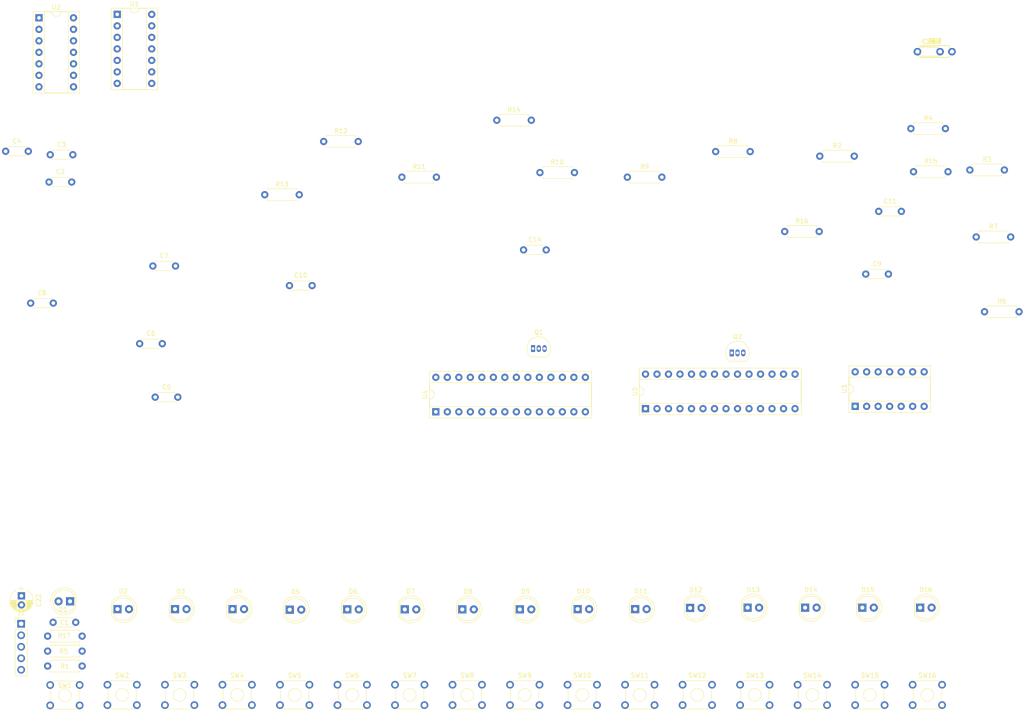
<source format=kicad_pcb>
(kicad_pcb (version 4) (host pcbnew 4.0.7)
  (layers (0 F.Cu signal) (31 B.Cu signal) (34 B.Paste user) (35 F.Paste user) (36 B.SilkS user) (37 F.SilkS user) (38 B.Mask user) (39 F.Mask user) (44 Edge.Cuts user))
  (net 0 "")
  (net 1 "Net-(C1-Pad1)")
  (net 2 GND)
  (net 3 "Net-(C2-Pad1)")
  (net 4 "Net-(C3-Pad1)")
  (net 5 "Net-(C4-Pad1)")
  (net 6 VCC)
  (net 7 "Net-(C8-Pad1)")
  (net 8 "Net-(C9-Pad1)")
  (net 9 "Net-(C10-Pad1)")
  (net 10 "Net-(C11-Pad1)")
  (net 11 "Net-(C14-Pad1)")
  (net 12 "Net-(C15-Pad1)")
  (net 13 "Net-(C16-Pad1)")
  (net 14 "Net-(C17-Pad1)")
  (net 15 "Net-(C18-Pad1)")
  (net 16 "Net-(C19-Pad1)")
  (net 17 "Net-(C20-Pad1)")
  (net 18 "Net-(C21-Pad1)")
  (net 19 "Net-(D1-Pad1)")
  (net 20 LED_A)
  (net 21 "Net-(D2-Pad1)")
  (net 22 LED_B)
  (net 23 "Net-(D3-Pad1)")
  (net 24 LED_C)
  (net 25 "Net-(D4-Pad1)")
  (net 26 LED_D)
  (net 27 "Net-(D5-Pad1)")
  (net 28 LED_E)
  (net 29 "Net-(D6-Pad1)")
  (net 30 LED_F)
  (net 31 "Net-(D7-Pad1)")
  (net 32 LED_G)
  (net 33 "Net-(D8-Pad1)")
  (net 34 LED_H)
  (net 35 "Net-(D9-Pad1)")
  (net 36 LED_I)
  (net 37 "Net-(D10-Pad1)")
  (net 38 LED_J)
  (net 39 "Net-(D11-Pad1)")
  (net 40 LED_K)
  (net 41 "Net-(D12-Pad1)")
  (net 42 LED_L)
  (net 43 "Net-(D13-Pad1)")
  (net 44 LED_M)
  (net 45 "Net-(D14-Pad1)")
  (net 46 LED_N)
  (net 47 "Net-(D15-Pad1)")
  (net 48 LED_O)
  (net 49 "Net-(D16-Pad1)")
  (net 50 LED_P)
  (net 51 SCK)
  (net 52 SDA)
  (net 53 Int)
  (net 54 INT_1)
  (net 55 INT_2)
  (net 56 "Net-(R1-Pad2)")
  (net 57 "Net-(R2-Pad2)")
  (net 58 "Net-(R3-Pad2)")
  (net 59 "Net-(R4-Pad2)")
  (net 60 "Net-(R13-Pad2)")
  (net 61 "Net-(R10-Pad2)")
  (net 62 "Net-(R11-Pad2)")
  (net 63 "Net-(R12-Pad2)")
  (net 64 "Net-(R21-Pad2)")
  (net 65 "Net-(R22-Pad2)")
  (net 66 "Net-(R23-Pad2)")
  (net 67 "Net-(R24-Pad2)")
  (net 68 "Net-(R37-Pad2)")
  (net 69 "Net-(R38-Pad2)")
  (net 70 "Net-(R39-Pad2)")
  (net 71 "Net-(R40-Pad2)")
  (net 72 Button_D)
  (net 73 Button_A)
  (net 74 Button_E)
  (net 75 Button_B)
  (net 76 Button_F)
  (net 77 Button_C)
  (net 78 Button_J)
  (net 79 Button_G)
  (net 80 Button_K)
  (net 81 Button_H)
  (net 82 Button_L)
  (net 83 Button_I)
  (net 84 Button_P)
  (net 85 Button_M)
  (net 86 "Net-(U3-Pad10)")
  (net 87 Button_N)
  (net 88 "Net-(U3-Pad12)")
  (net 89 Button_O)
  (net 90 "Net-(U4-Pad16)")
  (net 91 "Net-(U4-Pad17)")
  (net 92 "Net-(U4-Pad19)")
  (net 93 "Net-(U5-Pad16)")
  (net 94 "Net-(U5-Pad17)")
  (net 95 "Net-(U5-Pad19)")
  (module Capacitors_THT:C_Disc_D4.3mm_W1.9mm_P5.00mm (layer F.Cu) (at 35.8775 128.143)
    (fp_text reference C1 (at 2.4765 0) (layer F.SilkS))
    (fp_text value 0.1uF hide)
    (pad 1 thru_hole circle (at 0 0) (size 1.6 1.6) (drill 0.8) (layers *.Cu *.Mask) (net 1 "Net-(C1-Pad1)"))
    (pad 2 thru_hole circle (at 5 0) (size 1.6 1.6) (drill 0.8) (layers *.Cu *.Mask) (net 2 GND))
  )
  (module Capacitors_THT:C_Disc_D4.3mm_W1.9mm_P5.00mm (layer F.Cu) (at 34.9885 30.9245)
    (fp_text reference C2 (at 2.5 -2.26) (layer F.SilkS))
    (fp_text value 0.1uF)
    (pad 1 thru_hole circle (at 0 0) (size 1.6 1.6) (drill 0.8) (layers *.Cu *.Mask) (net 3 "Net-(C2-Pad1)"))
    (pad 2 thru_hole circle (at 5 0) (size 1.6 1.6) (drill 0.8) (layers *.Cu *.Mask) (net 2 GND))
  )
  (module Capacitors_THT:C_Disc_D4.3mm_W1.9mm_P5.00mm (layer F.Cu) (at 35.2425 24.892)
    (fp_text reference C3 (at 2.5 -2.26) (layer F.SilkS))
    (fp_text value 0.1uF)
    (pad 1 thru_hole circle (at 0 0) (size 1.6 1.6) (drill 0.8) (layers *.Cu *.Mask) (net 4 "Net-(C3-Pad1)"))
    (pad 2 thru_hole circle (at 5 0) (size 1.6 1.6) (drill 0.8) (layers *.Cu *.Mask) (net 2 GND))
  )
  (module Capacitors_THT:C_Disc_D4.3mm_W1.9mm_P5.00mm (layer F.Cu) (at 25.4 24.13)
    (fp_text reference C4 (at 2.5 -2.26) (layer F.SilkS))
    (fp_text value 0.1uF)
    (pad 1 thru_hole circle (at 0 0) (size 1.6 1.6) (drill 0.8) (layers *.Cu *.Mask) (net 5 "Net-(C4-Pad1)"))
    (pad 2 thru_hole circle (at 5 0) (size 1.6 1.6) (drill 0.8) (layers *.Cu *.Mask) (net 2 GND))
  )
  (module Capacitors_THT:C_Disc_D4.3mm_W1.9mm_P5.00mm (layer F.Cu) (at 58.42 78.4225)
    (fp_text reference C5 (at 2.5 -2.26) (layer F.SilkS))
    (fp_text value 0.1uF)
    (pad 1 thru_hole circle (at 0 0) (size 1.6 1.6) (drill 0.8) (layers *.Cu *.Mask) (net 6 VCC))
    (pad 2 thru_hole circle (at 5 0) (size 1.6 1.6) (drill 0.8) (layers *.Cu *.Mask) (net 2 GND))
  )
  (module Capacitors_THT:C_Disc_D4.3mm_W1.9mm_P5.00mm (layer F.Cu) (at 54.991 66.6115)
    (fp_text reference C6 (at 2.5 -2.26) (layer F.SilkS))
    (fp_text value 0.1uF)
    (pad 1 thru_hole circle (at 0 0) (size 1.6 1.6) (drill 0.8) (layers *.Cu *.Mask) (net 6 VCC))
    (pad 2 thru_hole circle (at 5 0) (size 1.6 1.6) (drill 0.8) (layers *.Cu *.Mask) (net 2 GND))
  )
  (module Capacitors_THT:C_Disc_D4.3mm_W1.9mm_P5.00mm (layer F.Cu) (at 57.912 49.4665)
    (fp_text reference C7 (at 2.5 -2.26) (layer F.SilkS))
    (fp_text value 0.1uF)
    (pad 1 thru_hole circle (at 0 0) (size 1.6 1.6) (drill 0.8) (layers *.Cu *.Mask) (net 6 VCC))
    (pad 2 thru_hole circle (at 5 0) (size 1.6 1.6) (drill 0.8) (layers *.Cu *.Mask) (net 2 GND))
  )
  (module Capacitors_THT:C_Disc_D4.3mm_W1.9mm_P5.00mm (layer F.Cu) (at 30.9245 57.658)
    (fp_text reference C8 (at 2.5 -2.26) (layer F.SilkS))
    (fp_text value 0.1uF)
    (pad 1 thru_hole circle (at 0 0) (size 1.6 1.6) (drill 0.8) (layers *.Cu *.Mask) (net 7 "Net-(C8-Pad1)"))
    (pad 2 thru_hole circle (at 5 0) (size 1.6 1.6) (drill 0.8) (layers *.Cu *.Mask) (net 2 GND))
  )
  (module Capacitors_THT:C_Disc_D4.3mm_W1.9mm_P5.00mm (layer F.Cu) (at 215.3285 51.2445)
    (fp_text reference C9 (at 2.5 -2.26) (layer F.SilkS))
    (fp_text value 0.1uF)
    (pad 1 thru_hole circle (at 0 0) (size 1.6 1.6) (drill 0.8) (layers *.Cu *.Mask) (net 8 "Net-(C9-Pad1)"))
    (pad 2 thru_hole circle (at 5 0) (size 1.6 1.6) (drill 0.8) (layers *.Cu *.Mask) (net 2 GND))
  )
  (module Capacitors_THT:C_Disc_D4.3mm_W1.9mm_P5.00mm (layer F.Cu) (at 88.0745 53.7845)
    (fp_text reference C10 (at 2.5 -2.26) (layer F.SilkS))
    (fp_text value 0.1uF)
    (pad 1 thru_hole circle (at 0 0) (size 1.6 1.6) (drill 0.8) (layers *.Cu *.Mask) (net 9 "Net-(C10-Pad1)"))
    (pad 2 thru_hole circle (at 5 0) (size 1.6 1.6) (drill 0.8) (layers *.Cu *.Mask) (net 2 GND))
  )
  (module Capacitors_THT:C_Disc_D4.3mm_W1.9mm_P5.00mm (layer F.Cu) (at 218.186 37.4015)
    (fp_text reference C11 (at 2.5 -2.26) (layer F.SilkS))
    (fp_text value 0.1uF)
    (pad 1 thru_hole circle (at 0 0) (size 1.6 1.6) (drill 0.8) (layers *.Cu *.Mask) (net 10 "Net-(C11-Pad1)"))
    (pad 2 thru_hole circle (at 5 0) (size 1.6 1.6) (drill 0.8) (layers *.Cu *.Mask) (net 2 GND))
  )
  (module Capacitors_THT:C_Disc_D4.3mm_W1.9mm_P5.00mm (layer F.Cu) (at 226.7331 2.1336)
    (fp_text reference C12 (at 2.5 -2.26) (layer F.SilkS))
    (fp_text value 0.1uF)
    (pad 1 thru_hole circle (at 0 0) (size 1.6 1.6) (drill 0.8) (layers *.Cu *.Mask) (net 6 VCC))
    (pad 2 thru_hole circle (at 5 0) (size 1.6 1.6) (drill 0.8) (layers *.Cu *.Mask) (net 2 GND))
  )
  (module Capacitors_THT:C_Disc_D4.3mm_W1.9mm_P5.00mm (layer F.Cu) (at 226.7331 2.1336)
    (fp_text reference C13 (at 2.5 -2.26) (layer F.SilkS))
    (fp_text value 0.1uF)
    (pad 1 thru_hole circle (at 0 0) (size 1.6 1.6) (drill 0.8) (layers *.Cu *.Mask) (net 6 VCC))
    (pad 2 thru_hole circle (at 5 0) (size 1.6 1.6) (drill 0.8) (layers *.Cu *.Mask) (net 2 GND))
  )
  (module Capacitors_THT:C_Disc_D4.3mm_W1.9mm_P5.00mm (layer F.Cu) (at 139.7635 45.9105)
    (fp_text reference C14 (at 2.5 -2.26) (layer F.SilkS))
    (fp_text value 0.1uF)
    (pad 1 thru_hole circle (at 0 0) (size 1.6 1.6) (drill 0.8) (layers *.Cu *.Mask) (net 11 "Net-(C14-Pad1)"))
    (pad 2 thru_hole circle (at 5 0) (size 1.6 1.6) (drill 0.8) (layers *.Cu *.Mask) (net 2 GND))
  )
  (module Capacitors_THT:C_Disc_D4.3mm_W1.9mm_P5.00mm (layer F.Cu) (at 226.7331 2.1336)
    (fp_text reference C15 (at 2.5 -2.26) (layer F.SilkS))
    (fp_text value 0.1uF)
    (pad 1 thru_hole circle (at 0 0) (size 1.6 1.6) (drill 0.8) (layers *.Cu *.Mask) (net 12 "Net-(C15-Pad1)"))
    (pad 2 thru_hole circle (at 5 0) (size 1.6 1.6) (drill 0.8) (layers *.Cu *.Mask) (net 2 GND))
  )
  (module Capacitors_THT:C_Disc_D4.3mm_W1.9mm_P5.00mm (layer F.Cu) (at 226.7331 2.1336)
    (fp_text reference C16 (at 2.5 -2.26) (layer F.SilkS))
    (fp_text value 0.1uF)
    (pad 1 thru_hole circle (at 0 0) (size 1.6 1.6) (drill 0.8) (layers *.Cu *.Mask) (net 13 "Net-(C16-Pad1)"))
    (pad 2 thru_hole circle (at 5 0) (size 1.6 1.6) (drill 0.8) (layers *.Cu *.Mask) (net 2 GND))
  )
  (module Capacitors_THT:C_Disc_D4.3mm_W1.9mm_P5.00mm (layer F.Cu) (at 226.7331 2.1336)
    (fp_text reference C17 (at 2.5 -2.26) (layer F.SilkS))
    (fp_text value 0.1uF)
    (pad 1 thru_hole circle (at 0 0) (size 1.6 1.6) (drill 0.8) (layers *.Cu *.Mask) (net 14 "Net-(C17-Pad1)"))
    (pad 2 thru_hole circle (at 5 0) (size 1.6 1.6) (drill 0.8) (layers *.Cu *.Mask) (net 2 GND))
  )
  (module Capacitors_THT:C_Disc_D4.3mm_W1.9mm_P5.00mm (layer F.Cu) (at 226.7331 2.1336)
    (fp_text reference C18 (at 2.5 -2.26) (layer F.SilkS))
    (fp_text value 0.1uF)
    (pad 1 thru_hole circle (at 0 0) (size 1.6 1.6) (drill 0.8) (layers *.Cu *.Mask) (net 15 "Net-(C18-Pad1)"))
    (pad 2 thru_hole circle (at 5 0) (size 1.6 1.6) (drill 0.8) (layers *.Cu *.Mask) (net 2 GND))
  )
  (module Capacitors_THT:C_Disc_D4.3mm_W1.9mm_P5.00mm (layer F.Cu) (at 226.7331 2.1336)
    (fp_text reference C19 (at 2.5 -2.26) (layer F.SilkS))
    (fp_text value 0.1uF)
    (pad 1 thru_hole circle (at 0 0) (size 1.6 1.6) (drill 0.8) (layers *.Cu *.Mask) (net 16 "Net-(C19-Pad1)"))
    (pad 2 thru_hole circle (at 5 0) (size 1.6 1.6) (drill 0.8) (layers *.Cu *.Mask) (net 2 GND))
  )
  (module Capacitors_THT:C_Disc_D4.3mm_W1.9mm_P5.00mm (layer F.Cu) (at 226.7331 2.1336)
    (fp_text reference C20 (at 2.5 -2.26) (layer F.SilkS))
    (fp_text value 0.1uF)
    (pad 1 thru_hole circle (at 0 0) (size 1.6 1.6) (drill 0.8) (layers *.Cu *.Mask) (net 17 "Net-(C20-Pad1)"))
    (pad 2 thru_hole circle (at 5 0) (size 1.6 1.6) (drill 0.8) (layers *.Cu *.Mask) (net 2 GND))
  )
  (module Capacitors_THT:C_Disc_D4.3mm_W1.9mm_P5.00mm (layer F.Cu) (at 226.7331 2.1336)
    (fp_text reference C21 (at 2.5 -2.26) (layer F.SilkS))
    (fp_text value 0.1uF)
    (pad 1 thru_hole circle (at 0 0) (size 1.6 1.6) (drill 0.8) (layers *.Cu *.Mask) (net 18 "Net-(C21-Pad1)"))
    (pad 2 thru_hole circle (at 5 0) (size 1.6 1.6) (drill 0.8) (layers *.Cu *.Mask) (net 2 GND))
  )
  (module LEDs:LED_D5.0mm (layer F.Cu) (at 39.624 123.5075 180)
    (fp_text reference D1 (at 1.524 -1.778 180) (layer F.SilkS))
    (fp_text value LED hide)
    (pad 1 thru_hole rect (at 0 0 180) (size 1.8 1.8) (drill 0.9) (layers *.Cu *.Mask) (net 19 "Net-(D1-Pad1)"))
    (pad 2 thru_hole circle (at 2.54 0 180) (size 1.8 1.8) (drill 0.9) (layers *.Cu *.Mask) (net 20 LED_A))
  )
  (module LEDs:LED_D5.0mm (layer F.Cu) (at 50.1015 125.222)
    (fp_text reference D2 (at 1.27 -3.96) (layer F.SilkS))
    (fp_text value LED)
    (pad 1 thru_hole rect (at 0 0) (size 1.8 1.8) (drill 0.9) (layers *.Cu *.Mask) (net 21 "Net-(D2-Pad1)"))
    (pad 2 thru_hole circle (at 2.54 0) (size 1.8 1.8) (drill 0.9) (layers *.Cu *.Mask) (net 22 LED_B))
  )
  (module LEDs:LED_D5.0mm (layer F.Cu) (at 62.8015 125.222)
    (fp_text reference D3 (at 1.27 -3.96) (layer F.SilkS))
    (fp_text value LED)
    (pad 1 thru_hole rect (at 0 0) (size 1.8 1.8) (drill 0.9) (layers *.Cu *.Mask) (net 23 "Net-(D3-Pad1)"))
    (pad 2 thru_hole circle (at 2.54 0) (size 1.8 1.8) (drill 0.9) (layers *.Cu *.Mask) (net 24 LED_C))
  )
  (module LEDs:LED_D5.0mm (layer F.Cu) (at 75.5015 125.222)
    (fp_text reference D4 (at 1.27 -3.96) (layer F.SilkS))
    (fp_text value LED)
    (pad 1 thru_hole rect (at 0 0) (size 1.8 1.8) (drill 0.9) (layers *.Cu *.Mask) (net 25 "Net-(D4-Pad1)"))
    (pad 2 thru_hole circle (at 2.54 0) (size 1.8 1.8) (drill 0.9) (layers *.Cu *.Mask) (net 26 LED_D))
  )
  (module LEDs:LED_D5.0mm (layer F.Cu) (at 88.138 125.349)
    (fp_text reference D5 (at 1.27 -3.96) (layer F.SilkS))
    (fp_text value LED)
    (pad 1 thru_hole rect (at 0 0) (size 1.8 1.8) (drill 0.9) (layers *.Cu *.Mask) (net 27 "Net-(D5-Pad1)"))
    (pad 2 thru_hole circle (at 2.54 0) (size 1.8 1.8) (drill 0.9) (layers *.Cu *.Mask) (net 28 LED_E))
  )
  (module LEDs:LED_D5.0mm (layer F.Cu) (at 100.838 125.2855)
    (fp_text reference D6 (at 1.27 -3.96) (layer F.SilkS))
    (fp_text value LED)
    (pad 1 thru_hole rect (at 0 0) (size 1.8 1.8) (drill 0.9) (layers *.Cu *.Mask) (net 29 "Net-(D6-Pad1)"))
    (pad 2 thru_hole circle (at 2.54 0) (size 1.8 1.8) (drill 0.9) (layers *.Cu *.Mask) (net 30 LED_F))
  )
  (module LEDs:LED_D5.0mm (layer F.Cu) (at 113.538 125.2855)
    (fp_text reference D7 (at 1.27 -3.96) (layer F.SilkS))
    (fp_text value LED)
    (pad 1 thru_hole rect (at 0 0) (size 1.8 1.8) (drill 0.9) (layers *.Cu *.Mask) (net 31 "Net-(D7-Pad1)"))
    (pad 2 thru_hole circle (at 2.54 0) (size 1.8 1.8) (drill 0.9) (layers *.Cu *.Mask) (net 32 LED_G))
  )
  (module LEDs:LED_D5.0mm (layer F.Cu) (at 126.238 125.2855)
    (fp_text reference D8 (at 1.27 -3.96) (layer F.SilkS))
    (fp_text value LED)
    (pad 1 thru_hole rect (at 0 0) (size 1.8 1.8) (drill 0.9) (layers *.Cu *.Mask) (net 33 "Net-(D8-Pad1)"))
    (pad 2 thru_hole circle (at 2.54 0) (size 1.8 1.8) (drill 0.9) (layers *.Cu *.Mask) (net 34 LED_H))
  )
  (module LEDs:LED_D5.0mm (layer F.Cu) (at 138.938 125.2855)
    (fp_text reference D9 (at 1.27 -3.96) (layer F.SilkS))
    (fp_text value LED)
    (pad 1 thru_hole rect (at 0 0) (size 1.8 1.8) (drill 0.9) (layers *.Cu *.Mask) (net 35 "Net-(D9-Pad1)"))
    (pad 2 thru_hole circle (at 2.54 0) (size 1.8 1.8) (drill 0.9) (layers *.Cu *.Mask) (net 36 LED_I))
  )
  (module LEDs:LED_D5.0mm (layer F.Cu) (at 151.7015 125.222)
    (fp_text reference D10 (at 1.27 -3.96) (layer F.SilkS))
    (fp_text value LED)
    (pad 1 thru_hole rect (at 0 0) (size 1.8 1.8) (drill 0.9) (layers *.Cu *.Mask) (net 37 "Net-(D10-Pad1)"))
    (pad 2 thru_hole circle (at 2.54 0) (size 1.8 1.8) (drill 0.9) (layers *.Cu *.Mask) (net 38 LED_J))
  )
  (module LEDs:LED_D5.0mm (layer F.Cu) (at 164.4015 125.222)
    (fp_text reference D11 (at 1.27 -3.96) (layer F.SilkS))
    (fp_text value LED)
    (pad 1 thru_hole rect (at 0 0) (size 1.8 1.8) (drill 0.9) (layers *.Cu *.Mask) (net 39 "Net-(D11-Pad1)"))
    (pad 2 thru_hole circle (at 2.54 0) (size 1.8 1.8) (drill 0.9) (layers *.Cu *.Mask) (net 40 LED_K))
  )
  (module LEDs:LED_D5.0mm (layer F.Cu) (at 176.53 124.968)
    (fp_text reference D12 (at 1.27 -3.96) (layer F.SilkS))
    (fp_text value LED)
    (pad 1 thru_hole rect (at 0 0) (size 1.8 1.8) (drill 0.9) (layers *.Cu *.Mask) (net 41 "Net-(D12-Pad1)"))
    (pad 2 thru_hole circle (at 2.54 0) (size 1.8 1.8) (drill 0.9) (layers *.Cu *.Mask) (net 42 LED_L))
  )
  (module LEDs:LED_D5.0mm (layer F.Cu) (at 189.23 124.9045)
    (fp_text reference D13 (at 1.27 -3.96) (layer F.SilkS))
    (fp_text value LED)
    (pad 1 thru_hole rect (at 0 0) (size 1.8 1.8) (drill 0.9) (layers *.Cu *.Mask) (net 43 "Net-(D13-Pad1)"))
    (pad 2 thru_hole circle (at 2.54 0) (size 1.8 1.8) (drill 0.9) (layers *.Cu *.Mask) (net 44 LED_M))
  )
  (module LEDs:LED_D5.0mm (layer F.Cu) (at 201.93 124.9045)
    (fp_text reference D14 (at 1.27 -3.96) (layer F.SilkS))
    (fp_text value LED)
    (pad 1 thru_hole rect (at 0 0) (size 1.8 1.8) (drill 0.9) (layers *.Cu *.Mask) (net 45 "Net-(D14-Pad1)"))
    (pad 2 thru_hole circle (at 2.54 0) (size 1.8 1.8) (drill 0.9) (layers *.Cu *.Mask) (net 46 LED_N))
  )
  (module LEDs:LED_D5.0mm (layer F.Cu) (at 214.5665 124.9045)
    (fp_text reference D15 (at 1.27 -3.96) (layer F.SilkS))
    (fp_text value LED)
    (pad 1 thru_hole rect (at 0 0) (size 1.8 1.8) (drill 0.9) (layers *.Cu *.Mask) (net 47 "Net-(D15-Pad1)"))
    (pad 2 thru_hole circle (at 2.54 0) (size 1.8 1.8) (drill 0.9) (layers *.Cu *.Mask) (net 48 LED_O))
  )
  (module LEDs:LED_D5.0mm (layer F.Cu) (at 227.33 124.9045)
    (fp_text reference D16 (at 1.27 -3.96) (layer F.SilkS))
    (fp_text value LED)
    (pad 1 thru_hole rect (at 0 0) (size 1.8 1.8) (drill 0.9) (layers *.Cu *.Mask) (net 49 "Net-(D16-Pad1)"))
    (pad 2 thru_hole circle (at 2.54 0) (size 1.8 1.8) (drill 0.9) (layers *.Cu *.Mask) (net 50 LED_P))
  )
  (module Pin_Headers:Pin_Header_Straight_1x05_Pitch2.54mm (layer F.Cu) (at 28.829 128.4605)
    (fp_text reference J1 (at 0 -2.33) (layer F.SilkS))
    (fp_text value "Conn 01x05")
    (pad 1 thru_hole rect (at 0 0) (size 1.7 1.7) (drill 1) (layers *.Cu *.Mask) (net 6 VCC))
    (pad 2 thru_hole oval (at 0 2.54) (size 1.7 1.7) (drill 1) (layers *.Cu *.Mask) (net 2 GND))
    (pad 3 thru_hole oval (at 0 5.08) (size 1.7 1.7) (drill 1) (layers *.Cu *.Mask) (net 51 SCK))
    (pad 4 thru_hole oval (at 0 7.62) (size 1.7 1.7) (drill 1) (layers *.Cu *.Mask) (net 52 SDA))
    (pad 5 thru_hole oval (at 0 10.16) (size 1.7 1.7) (drill 1) (layers *.Cu *.Mask) (net 53 Int))
  )
  (module TO_SOT_Packages_THT:TO-92_Inline_Narrow_Oval (layer F.Cu) (at 141.859 67.691)
    (fp_text reference Q1 (at 1.27 -3.56) (layer F.SilkS))
    (fp_text value 2N3904)
    (pad 2 thru_hole oval (at 1.27 0 180) (size 0.9 1.5) (drill 0.6) (layers *.Cu *.Mask) (net 54 INT_1))
    (pad 3 thru_hole oval (at 2.54 0 180) (size 0.9 1.5) (drill 0.6) (layers *.Cu *.Mask) (net 6 VCC))
    (pad 1 thru_hole rect (at 0 0 180) (size 0.9 1.5) (drill 0.6) (layers *.Cu *.Mask) (net 53 Int))
  )
  (module TO_SOT_Packages_THT:TO-92_Inline_Narrow_Oval (layer F.Cu) (at 185.7375 68.6435)
    (fp_text reference Q2 (at 1.27 -3.56) (layer F.SilkS))
    (fp_text value 2N3904)
    (pad 2 thru_hole oval (at 1.27 0 180) (size 0.9 1.5) (drill 0.6) (layers *.Cu *.Mask) (net 55 INT_2))
    (pad 3 thru_hole oval (at 2.54 0 180) (size 0.9 1.5) (drill 0.6) (layers *.Cu *.Mask) (net 6 VCC))
    (pad 1 thru_hole rect (at 0 0 180) (size 0.9 1.5) (drill 0.6) (layers *.Cu *.Mask) (net 53 Int))
  )
  (module Resistors_THT:R_Axial_DIN0207_L6.3mm_D2.5mm_P7.62mm_Horizontal (layer F.Cu) (at 34.671 137.795)
    (fp_text reference R1 (at 3.81 0.0635) (layer F.SilkS))
    (fp_text value 10k)
    (pad 1 thru_hole circle (at 0 0) (size 1.6 1.6) (drill 0.8) (layers *.Cu *.Mask) (net 6 VCC))
    (pad 2 thru_hole oval (at 7.62 0) (size 1.6 1.6) (drill 0.8) (layers *.Cu *.Mask) (net 56 "Net-(R1-Pad2)"))
  )
  (module Resistors_THT:R_Axial_DIN0207_L6.3mm_D2.5mm_P7.62mm_Horizontal (layer F.Cu) (at 205.1685 25.2095)
    (fp_text reference R2 (at 3.81 -2.31) (layer F.SilkS))
    (fp_text value 10k)
    (pad 1 thru_hole circle (at 0 0) (size 1.6 1.6) (drill 0.8) (layers *.Cu *.Mask) (net 6 VCC))
    (pad 2 thru_hole oval (at 7.62 0) (size 1.6 1.6) (drill 0.8) (layers *.Cu *.Mask) (net 57 "Net-(R2-Pad2)"))
  )
  (module Resistors_THT:R_Axial_DIN0207_L6.3mm_D2.5mm_P7.62mm_Horizontal (layer F.Cu) (at 238.3155 28.2575)
    (fp_text reference R3 (at 3.81 -2.31) (layer F.SilkS))
    (fp_text value 10k)
    (pad 1 thru_hole circle (at 0 0) (size 1.6 1.6) (drill 0.8) (layers *.Cu *.Mask) (net 6 VCC))
    (pad 2 thru_hole oval (at 7.62 0) (size 1.6 1.6) (drill 0.8) (layers *.Cu *.Mask) (net 58 "Net-(R3-Pad2)"))
  )
  (module Resistors_THT:R_Axial_DIN0207_L6.3mm_D2.5mm_P7.62mm_Horizontal (layer F.Cu) (at 225.298 19.1135)
    (fp_text reference R4 (at 3.81 -2.31) (layer F.SilkS))
    (fp_text value 10k)
    (pad 1 thru_hole circle (at 0 0) (size 1.6 1.6) (drill 0.8) (layers *.Cu *.Mask) (net 6 VCC))
    (pad 2 thru_hole oval (at 7.62 0) (size 1.6 1.6) (drill 0.8) (layers *.Cu *.Mask) (net 59 "Net-(R4-Pad2)"))
  )
  (module Resistors_THT:R_Axial_DIN0207_L6.3mm_D2.5mm_P7.62mm_Horizontal (layer F.Cu) (at 34.671 134.493)
    (fp_text reference R5 (at 3.556 0.0635) (layer F.SilkS))
    (fp_text value 10k)
    (pad 1 thru_hole circle (at 0 0) (size 1.6 1.6) (drill 0.8) (layers *.Cu *.Mask) (net 1 "Net-(C1-Pad1)"))
    (pad 2 thru_hole oval (at 7.62 0) (size 1.6 1.6) (drill 0.8) (layers *.Cu *.Mask) (net 56 "Net-(R1-Pad2)"))
  )
  (module Resistors_THT:R_Axial_DIN0207_L6.3mm_D2.5mm_P7.62mm_Horizontal (layer F.Cu) (at 241.554 59.563)
    (fp_text reference R6 (at 3.81 -2.31) (layer F.SilkS))
    (fp_text value 10k)
    (pad 1 thru_hole circle (at 0 0) (size 1.6 1.6) (drill 0.8) (layers *.Cu *.Mask) (net 3 "Net-(C2-Pad1)"))
    (pad 2 thru_hole oval (at 7.62 0) (size 1.6 1.6) (drill 0.8) (layers *.Cu *.Mask) (net 57 "Net-(R2-Pad2)"))
  )
  (module Resistors_THT:R_Axial_DIN0207_L6.3mm_D2.5mm_P7.62mm_Horizontal (layer F.Cu) (at 239.7125 43.053)
    (fp_text reference R7 (at 3.81 -2.31) (layer F.SilkS))
    (fp_text value 10k)
    (pad 1 thru_hole circle (at 0 0) (size 1.6 1.6) (drill 0.8) (layers *.Cu *.Mask) (net 4 "Net-(C3-Pad1)"))
    (pad 2 thru_hole oval (at 7.62 0) (size 1.6 1.6) (drill 0.8) (layers *.Cu *.Mask) (net 58 "Net-(R3-Pad2)"))
  )
  (module Resistors_THT:R_Axial_DIN0207_L6.3mm_D2.5mm_P7.62mm_Horizontal (layer F.Cu) (at 182.1815 24.1935)
    (fp_text reference R8 (at 3.81 -2.31) (layer F.SilkS))
    (fp_text value 10k)
    (pad 1 thru_hole circle (at 0 0) (size 1.6 1.6) (drill 0.8) (layers *.Cu *.Mask) (net 5 "Net-(C4-Pad1)"))
    (pad 2 thru_hole oval (at 7.62 0) (size 1.6 1.6) (drill 0.8) (layers *.Cu *.Mask) (net 59 "Net-(R4-Pad2)"))
  )
  (module Resistors_THT:R_Axial_DIN0207_L6.3mm_D2.5mm_P7.62mm_Horizontal (layer F.Cu) (at 162.687 29.845)
    (fp_text reference R9 (at 3.81 -2.31) (layer F.SilkS))
    (fp_text value 10k)
    (pad 1 thru_hole circle (at 0 0) (size 1.6 1.6) (drill 0.8) (layers *.Cu *.Mask) (net 6 VCC))
    (pad 2 thru_hole oval (at 7.62 0) (size 1.6 1.6) (drill 0.8) (layers *.Cu *.Mask) (net 60 "Net-(R13-Pad2)"))
  )
  (module Resistors_THT:R_Axial_DIN0207_L6.3mm_D2.5mm_P7.62mm_Horizontal (layer F.Cu) (at 143.383 28.829)
    (fp_text reference R10 (at 3.81 -2.31) (layer F.SilkS))
    (fp_text value 10k)
    (pad 1 thru_hole circle (at 0 0) (size 1.6 1.6) (drill 0.8) (layers *.Cu *.Mask) (net 6 VCC))
    (pad 2 thru_hole oval (at 7.62 0) (size 1.6 1.6) (drill 0.8) (layers *.Cu *.Mask) (net 61 "Net-(R10-Pad2)"))
  )
  (module Resistors_THT:R_Axial_DIN0207_L6.3mm_D2.5mm_P7.62mm_Horizontal (layer F.Cu) (at 112.903 29.845)
    (fp_text reference R11 (at 3.81 -2.31) (layer F.SilkS))
    (fp_text value 10k)
    (pad 1 thru_hole circle (at 0 0) (size 1.6 1.6) (drill 0.8) (layers *.Cu *.Mask) (net 6 VCC))
    (pad 2 thru_hole oval (at 7.62 0) (size 1.6 1.6) (drill 0.8) (layers *.Cu *.Mask) (net 62 "Net-(R11-Pad2)"))
  )
  (module Resistors_THT:R_Axial_DIN0207_L6.3mm_D2.5mm_P7.62mm_Horizontal (layer F.Cu) (at 95.631 21.971)
    (fp_text reference R12 (at 3.81 -2.31) (layer F.SilkS))
    (fp_text value 10k)
    (pad 1 thru_hole circle (at 0 0) (size 1.6 1.6) (drill 0.8) (layers *.Cu *.Mask) (net 6 VCC))
    (pad 2 thru_hole oval (at 7.62 0) (size 1.6 1.6) (drill 0.8) (layers *.Cu *.Mask) (net 63 "Net-(R12-Pad2)"))
  )
  (module Resistors_THT:R_Axial_DIN0207_L6.3mm_D2.5mm_P7.62mm_Horizontal (layer F.Cu) (at 82.6135 33.7185)
    (fp_text reference R13 (at 3.81 -2.31) (layer F.SilkS))
    (fp_text value 10k)
    (pad 1 thru_hole circle (at 0 0) (size 1.6 1.6) (drill 0.8) (layers *.Cu *.Mask) (net 7 "Net-(C8-Pad1)"))
    (pad 2 thru_hole oval (at 7.62 0) (size 1.6 1.6) (drill 0.8) (layers *.Cu *.Mask) (net 60 "Net-(R13-Pad2)"))
  )
  (module Resistors_THT:R_Axial_DIN0207_L6.3mm_D2.5mm_P7.62mm_Horizontal (layer F.Cu) (at 133.858 17.272)
    (fp_text reference R14 (at 3.81 -2.31) (layer F.SilkS))
    (fp_text value 10k)
    (pad 1 thru_hole circle (at 0 0) (size 1.6 1.6) (drill 0.8) (layers *.Cu *.Mask) (net 8 "Net-(C9-Pad1)"))
    (pad 2 thru_hole oval (at 7.62 0) (size 1.6 1.6) (drill 0.8) (layers *.Cu *.Mask) (net 61 "Net-(R10-Pad2)"))
  )
  (module Resistors_THT:R_Axial_DIN0207_L6.3mm_D2.5mm_P7.62mm_Horizontal (layer F.Cu) (at 225.8695 28.6385)
    (fp_text reference R15 (at 3.81 -2.31) (layer F.SilkS))
    (fp_text value 10k)
    (pad 1 thru_hole circle (at 0 0) (size 1.6 1.6) (drill 0.8) (layers *.Cu *.Mask) (net 9 "Net-(C10-Pad1)"))
    (pad 2 thru_hole oval (at 7.62 0) (size 1.6 1.6) (drill 0.8) (layers *.Cu *.Mask) (net 62 "Net-(R11-Pad2)"))
  )
  (module Resistors_THT:R_Axial_DIN0207_L6.3mm_D2.5mm_P7.62mm_Horizontal (layer F.Cu) (at 197.4215 41.8465)
    (fp_text reference R16 (at 3.81 -2.31) (layer F.SilkS))
    (fp_text value 10k)
    (pad 1 thru_hole circle (at 0 0) (size 1.6 1.6) (drill 0.8) (layers *.Cu *.Mask) (net 10 "Net-(C11-Pad1)"))
    (pad 2 thru_hole oval (at 7.62 0) (size 1.6 1.6) (drill 0.8) (layers *.Cu *.Mask) (net 63 "Net-(R12-Pad2)"))
  )
  (module Resistors_THT:R_Axial_DIN0207_L6.3mm_D2.5mm_P7.62mm_Horizontal (layer F.Cu) (at 34.671 131.191)
    (fp_text reference R17 (at 3.683 -0.0635) (layer F.SilkS))
    (fp_text value 560Ω hide)
    (pad 1 thru_hole circle (at 0 0) (size 1.6 1.6) (drill 0.8) (layers *.Cu *.Mask) (net 19 "Net-(D1-Pad1)"))
    (pad 2 thru_hole oval (at 7.62 0) (size 1.6 1.6) (drill 0.8) (layers *.Cu *.Mask) (net 2 GND))
  )
  (module Resistors_THT:R_Axial_DIN0207_L6.3mm_D2.5mm_P7.62mm_Horizontal (layer F.Cu) (at 226.7331 2.1336)
    (fp_text reference R18 (at 3.81 -2.31) (layer F.SilkS))
    (fp_text value 560Ω)
    (pad 1 thru_hole circle (at 0 0) (size 1.6 1.6) (drill 0.8) (layers *.Cu *.Mask) (net 21 "Net-(D2-Pad1)"))
    (pad 2 thru_hole oval (at 7.62 0) (size 1.6 1.6) (drill 0.8) (layers *.Cu *.Mask) (net 2 GND))
  )
  (module Resistors_THT:R_Axial_DIN0207_L6.3mm_D2.5mm_P7.62mm_Horizontal (layer F.Cu) (at 226.7331 2.1336)
    (fp_text reference R19 (at 3.81 -2.31) (layer F.SilkS))
    (fp_text value 560Ω)
    (pad 1 thru_hole circle (at 0 0) (size 1.6 1.6) (drill 0.8) (layers *.Cu *.Mask) (net 23 "Net-(D3-Pad1)"))
    (pad 2 thru_hole oval (at 7.62 0) (size 1.6 1.6) (drill 0.8) (layers *.Cu *.Mask) (net 2 GND))
  )
  (module Resistors_THT:R_Axial_DIN0207_L6.3mm_D2.5mm_P7.62mm_Horizontal (layer F.Cu) (at 226.7331 2.1336)
    (fp_text reference R20 (at 3.81 -2.31) (layer F.SilkS))
    (fp_text value 560Ω)
    (pad 1 thru_hole circle (at 0 0) (size 1.6 1.6) (drill 0.8) (layers *.Cu *.Mask) (net 25 "Net-(D4-Pad1)"))
    (pad 2 thru_hole oval (at 7.62 0) (size 1.6 1.6) (drill 0.8) (layers *.Cu *.Mask) (net 2 GND))
  )
  (module Resistors_THT:R_Axial_DIN0207_L6.3mm_D2.5mm_P7.62mm_Horizontal (layer F.Cu) (at 226.7331 2.1336)
    (fp_text reference R21 (at 3.81 -2.31) (layer F.SilkS))
    (fp_text value 10k)
    (pad 1 thru_hole circle (at 0 0) (size 1.6 1.6) (drill 0.8) (layers *.Cu *.Mask) (net 6 VCC))
    (pad 2 thru_hole oval (at 7.62 0) (size 1.6 1.6) (drill 0.8) (layers *.Cu *.Mask) (net 64 "Net-(R21-Pad2)"))
  )
  (module Resistors_THT:R_Axial_DIN0207_L6.3mm_D2.5mm_P7.62mm_Horizontal (layer F.Cu) (at 226.7331 2.1336)
    (fp_text reference R22 (at 3.81 -2.31) (layer F.SilkS))
    (fp_text value 10k)
    (pad 1 thru_hole circle (at 0 0) (size 1.6 1.6) (drill 0.8) (layers *.Cu *.Mask) (net 6 VCC))
    (pad 2 thru_hole oval (at 7.62 0) (size 1.6 1.6) (drill 0.8) (layers *.Cu *.Mask) (net 65 "Net-(R22-Pad2)"))
  )
  (module Resistors_THT:R_Axial_DIN0207_L6.3mm_D2.5mm_P7.62mm_Horizontal (layer F.Cu) (at 226.7331 2.1336)
    (fp_text reference R23 (at 3.81 -2.31) (layer F.SilkS))
    (fp_text value 10k)
    (pad 1 thru_hole circle (at 0 0) (size 1.6 1.6) (drill 0.8) (layers *.Cu *.Mask) (net 6 VCC))
    (pad 2 thru_hole oval (at 7.62 0) (size 1.6 1.6) (drill 0.8) (layers *.Cu *.Mask) (net 66 "Net-(R23-Pad2)"))
  )
  (module Resistors_THT:R_Axial_DIN0207_L6.3mm_D2.5mm_P7.62mm_Horizontal (layer F.Cu) (at 226.7331 2.1336)
    (fp_text reference R24 (at 3.81 -2.31) (layer F.SilkS))
    (fp_text value 10k)
    (pad 1 thru_hole circle (at 0 0) (size 1.6 1.6) (drill 0.8) (layers *.Cu *.Mask) (net 6 VCC))
    (pad 2 thru_hole oval (at 7.62 0) (size 1.6 1.6) (drill 0.8) (layers *.Cu *.Mask) (net 67 "Net-(R24-Pad2)"))
  )
  (module Resistors_THT:R_Axial_DIN0207_L6.3mm_D2.5mm_P7.62mm_Horizontal (layer F.Cu) (at 226.7331 2.1336)
    (fp_text reference R25 (at 3.81 -2.31) (layer F.SilkS))
    (fp_text value 560Ω)
    (pad 1 thru_hole circle (at 0 0) (size 1.6 1.6) (drill 0.8) (layers *.Cu *.Mask) (net 27 "Net-(D5-Pad1)"))
    (pad 2 thru_hole oval (at 7.62 0) (size 1.6 1.6) (drill 0.8) (layers *.Cu *.Mask) (net 2 GND))
  )
  (module Resistors_THT:R_Axial_DIN0207_L6.3mm_D2.5mm_P7.62mm_Horizontal (layer F.Cu) (at 226.7331 2.1336)
    (fp_text reference R26 (at 3.81 -2.31) (layer F.SilkS))
    (fp_text value 10k)
    (pad 1 thru_hole circle (at 0 0) (size 1.6 1.6) (drill 0.8) (layers *.Cu *.Mask) (net 11 "Net-(C14-Pad1)"))
    (pad 2 thru_hole oval (at 7.62 0) (size 1.6 1.6) (drill 0.8) (layers *.Cu *.Mask) (net 64 "Net-(R21-Pad2)"))
  )
  (module Resistors_THT:R_Axial_DIN0207_L6.3mm_D2.5mm_P7.62mm_Horizontal (layer F.Cu) (at 226.7331 2.1336)
    (fp_text reference R27 (at 3.81 -2.31) (layer F.SilkS))
    (fp_text value 10k)
    (pad 1 thru_hole circle (at 0 0) (size 1.6 1.6) (drill 0.8) (layers *.Cu *.Mask) (net 12 "Net-(C15-Pad1)"))
    (pad 2 thru_hole oval (at 7.62 0) (size 1.6 1.6) (drill 0.8) (layers *.Cu *.Mask) (net 65 "Net-(R22-Pad2)"))
  )
  (module Resistors_THT:R_Axial_DIN0207_L6.3mm_D2.5mm_P7.62mm_Horizontal (layer F.Cu) (at 226.7331 2.1336)
    (fp_text reference R28 (at 3.81 -2.31) (layer F.SilkS))
    (fp_text value 10k)
    (pad 1 thru_hole circle (at 0 0) (size 1.6 1.6) (drill 0.8) (layers *.Cu *.Mask) (net 13 "Net-(C16-Pad1)"))
    (pad 2 thru_hole oval (at 7.62 0) (size 1.6 1.6) (drill 0.8) (layers *.Cu *.Mask) (net 66 "Net-(R23-Pad2)"))
  )
  (module Resistors_THT:R_Axial_DIN0207_L6.3mm_D2.5mm_P7.62mm_Horizontal (layer F.Cu) (at 226.7331 2.1336)
    (fp_text reference R29 (at 3.81 -2.31) (layer F.SilkS))
    (fp_text value 10k)
    (pad 1 thru_hole circle (at 0 0) (size 1.6 1.6) (drill 0.8) (layers *.Cu *.Mask) (net 14 "Net-(C17-Pad1)"))
    (pad 2 thru_hole oval (at 7.62 0) (size 1.6 1.6) (drill 0.8) (layers *.Cu *.Mask) (net 67 "Net-(R24-Pad2)"))
  )
  (module Resistors_THT:R_Axial_DIN0207_L6.3mm_D2.5mm_P7.62mm_Horizontal (layer F.Cu) (at 226.7331 2.1336)
    (fp_text reference R30 (at 3.81 -2.31) (layer F.SilkS))
    (fp_text value 560Ω)
    (pad 1 thru_hole circle (at 0 0) (size 1.6 1.6) (drill 0.8) (layers *.Cu *.Mask) (net 29 "Net-(D6-Pad1)"))
    (pad 2 thru_hole oval (at 7.62 0) (size 1.6 1.6) (drill 0.8) (layers *.Cu *.Mask) (net 2 GND))
  )
  (module Resistors_THT:R_Axial_DIN0207_L6.3mm_D2.5mm_P7.62mm_Horizontal (layer F.Cu) (at 226.7331 2.1336)
    (fp_text reference R31 (at 3.81 -2.31) (layer F.SilkS))
    (fp_text value 560Ω)
    (pad 1 thru_hole circle (at 0 0) (size 1.6 1.6) (drill 0.8) (layers *.Cu *.Mask) (net 31 "Net-(D7-Pad1)"))
    (pad 2 thru_hole oval (at 7.62 0) (size 1.6 1.6) (drill 0.8) (layers *.Cu *.Mask) (net 2 GND))
  )
  (module Resistors_THT:R_Axial_DIN0207_L6.3mm_D2.5mm_P7.62mm_Horizontal (layer F.Cu) (at 226.7331 2.1336)
    (fp_text reference R32 (at 3.81 -2.31) (layer F.SilkS))
    (fp_text value 560Ω)
    (pad 1 thru_hole circle (at 0 0) (size 1.6 1.6) (drill 0.8) (layers *.Cu *.Mask) (net 33 "Net-(D8-Pad1)"))
    (pad 2 thru_hole oval (at 7.62 0) (size 1.6 1.6) (drill 0.8) (layers *.Cu *.Mask) (net 2 GND))
  )
  (module Resistors_THT:R_Axial_DIN0207_L6.3mm_D2.5mm_P7.62mm_Horizontal (layer F.Cu) (at 226.7331 2.1336)
    (fp_text reference R33 (at 3.81 -2.31) (layer F.SilkS))
    (fp_text value 560Ω)
    (pad 1 thru_hole circle (at 0 0) (size 1.6 1.6) (drill 0.8) (layers *.Cu *.Mask) (net 35 "Net-(D9-Pad1)"))
    (pad 2 thru_hole oval (at 7.62 0) (size 1.6 1.6) (drill 0.8) (layers *.Cu *.Mask) (net 2 GND))
  )
  (module Resistors_THT:R_Axial_DIN0207_L6.3mm_D2.5mm_P7.62mm_Horizontal (layer F.Cu) (at 226.7331 2.1336)
    (fp_text reference R34 (at 3.81 -2.31) (layer F.SilkS))
    (fp_text value 560Ω)
    (pad 1 thru_hole circle (at 0 0) (size 1.6 1.6) (drill 0.8) (layers *.Cu *.Mask) (net 37 "Net-(D10-Pad1)"))
    (pad 2 thru_hole oval (at 7.62 0) (size 1.6 1.6) (drill 0.8) (layers *.Cu *.Mask) (net 2 GND))
  )
  (module Resistors_THT:R_Axial_DIN0207_L6.3mm_D2.5mm_P7.62mm_Horizontal (layer F.Cu) (at 226.7331 2.1336)
    (fp_text reference R35 (at 3.81 -2.31) (layer F.SilkS))
    (fp_text value 560Ω)
    (pad 1 thru_hole circle (at 0 0) (size 1.6 1.6) (drill 0.8) (layers *.Cu *.Mask) (net 39 "Net-(D11-Pad1)"))
    (pad 2 thru_hole oval (at 7.62 0) (size 1.6 1.6) (drill 0.8) (layers *.Cu *.Mask) (net 2 GND))
  )
  (module Resistors_THT:R_Axial_DIN0207_L6.3mm_D2.5mm_P7.62mm_Horizontal (layer F.Cu) (at 226.7331 2.1336)
    (fp_text reference R36 (at 3.81 -2.31) (layer F.SilkS))
    (fp_text value 560Ω)
    (pad 1 thru_hole circle (at 0 0) (size 1.6 1.6) (drill 0.8) (layers *.Cu *.Mask) (net 41 "Net-(D12-Pad1)"))
    (pad 2 thru_hole oval (at 7.62 0) (size 1.6 1.6) (drill 0.8) (layers *.Cu *.Mask) (net 2 GND))
  )
  (module Resistors_THT:R_Axial_DIN0207_L6.3mm_D2.5mm_P7.62mm_Horizontal (layer F.Cu) (at 226.7331 2.1336)
    (fp_text reference R37 (at 3.81 -2.31) (layer F.SilkS))
    (fp_text value 10k)
    (pad 1 thru_hole circle (at 0 0) (size 1.6 1.6) (drill 0.8) (layers *.Cu *.Mask) (net 6 VCC))
    (pad 2 thru_hole oval (at 7.62 0) (size 1.6 1.6) (drill 0.8) (layers *.Cu *.Mask) (net 68 "Net-(R37-Pad2)"))
  )
  (module Resistors_THT:R_Axial_DIN0207_L6.3mm_D2.5mm_P7.62mm_Horizontal (layer F.Cu) (at 226.7331 2.1336)
    (fp_text reference R38 (at 3.81 -2.31) (layer F.SilkS))
    (fp_text value 10k)
    (pad 1 thru_hole circle (at 0 0) (size 1.6 1.6) (drill 0.8) (layers *.Cu *.Mask) (net 6 VCC))
    (pad 2 thru_hole oval (at 7.62 0) (size 1.6 1.6) (drill 0.8) (layers *.Cu *.Mask) (net 69 "Net-(R38-Pad2)"))
  )
  (module Resistors_THT:R_Axial_DIN0207_L6.3mm_D2.5mm_P7.62mm_Horizontal (layer F.Cu) (at 226.7331 2.1336)
    (fp_text reference R39 (at 3.81 -2.31) (layer F.SilkS))
    (fp_text value 10k)
    (pad 1 thru_hole circle (at 0 0) (size 1.6 1.6) (drill 0.8) (layers *.Cu *.Mask) (net 6 VCC))
    (pad 2 thru_hole oval (at 7.62 0) (size 1.6 1.6) (drill 0.8) (layers *.Cu *.Mask) (net 70 "Net-(R39-Pad2)"))
  )
  (module Resistors_THT:R_Axial_DIN0207_L6.3mm_D2.5mm_P7.62mm_Horizontal (layer F.Cu) (at 226.7331 2.1336)
    (fp_text reference R40 (at 3.81 -2.31) (layer F.SilkS))
    (fp_text value 10k)
    (pad 1 thru_hole circle (at 0 0) (size 1.6 1.6) (drill 0.8) (layers *.Cu *.Mask) (net 6 VCC))
    (pad 2 thru_hole oval (at 7.62 0) (size 1.6 1.6) (drill 0.8) (layers *.Cu *.Mask) (net 71 "Net-(R40-Pad2)"))
  )
  (module Resistors_THT:R_Axial_DIN0207_L6.3mm_D2.5mm_P7.62mm_Horizontal (layer F.Cu) (at 226.7331 2.1336)
    (fp_text reference R41 (at 3.81 -2.31) (layer F.SilkS))
    (fp_text value 560Ω)
    (pad 1 thru_hole circle (at 0 0) (size 1.6 1.6) (drill 0.8) (layers *.Cu *.Mask) (net 43 "Net-(D13-Pad1)"))
    (pad 2 thru_hole oval (at 7.62 0) (size 1.6 1.6) (drill 0.8) (layers *.Cu *.Mask) (net 2 GND))
  )
  (module Resistors_THT:R_Axial_DIN0207_L6.3mm_D2.5mm_P7.62mm_Horizontal (layer F.Cu) (at 226.7331 2.1336)
    (fp_text reference R42 (at 3.81 -2.31) (layer F.SilkS))
    (fp_text value 10k)
    (pad 1 thru_hole circle (at 0 0) (size 1.6 1.6) (drill 0.8) (layers *.Cu *.Mask) (net 15 "Net-(C18-Pad1)"))
    (pad 2 thru_hole oval (at 7.62 0) (size 1.6 1.6) (drill 0.8) (layers *.Cu *.Mask) (net 68 "Net-(R37-Pad2)"))
  )
  (module Resistors_THT:R_Axial_DIN0207_L6.3mm_D2.5mm_P7.62mm_Horizontal (layer F.Cu) (at 226.7331 2.1336)
    (fp_text reference R43 (at 3.81 -2.31) (layer F.SilkS))
    (fp_text value 10k)
    (pad 1 thru_hole circle (at 0 0) (size 1.6 1.6) (drill 0.8) (layers *.Cu *.Mask) (net 16 "Net-(C19-Pad1)"))
    (pad 2 thru_hole oval (at 7.62 0) (size 1.6 1.6) (drill 0.8) (layers *.Cu *.Mask) (net 69 "Net-(R38-Pad2)"))
  )
  (module Resistors_THT:R_Axial_DIN0207_L6.3mm_D2.5mm_P7.62mm_Horizontal (layer F.Cu) (at 226.7331 2.1336)
    (fp_text reference R44 (at 3.81 -2.31) (layer F.SilkS))
    (fp_text value 10k)
    (pad 1 thru_hole circle (at 0 0) (size 1.6 1.6) (drill 0.8) (layers *.Cu *.Mask) (net 17 "Net-(C20-Pad1)"))
    (pad 2 thru_hole oval (at 7.62 0) (size 1.6 1.6) (drill 0.8) (layers *.Cu *.Mask) (net 70 "Net-(R39-Pad2)"))
  )
  (module Resistors_THT:R_Axial_DIN0207_L6.3mm_D2.5mm_P7.62mm_Horizontal (layer F.Cu) (at 226.7331 2.1336)
    (fp_text reference R45 (at 3.81 -2.31) (layer F.SilkS))
    (fp_text value 10k)
    (pad 1 thru_hole circle (at 0 0) (size 1.6 1.6) (drill 0.8) (layers *.Cu *.Mask) (net 18 "Net-(C21-Pad1)"))
    (pad 2 thru_hole oval (at 7.62 0) (size 1.6 1.6) (drill 0.8) (layers *.Cu *.Mask) (net 71 "Net-(R40-Pad2)"))
  )
  (module Resistors_THT:R_Axial_DIN0207_L6.3mm_D2.5mm_P7.62mm_Horizontal (layer F.Cu) (at 226.7331 2.1336)
    (fp_text reference R46 (at 3.81 -2.31) (layer F.SilkS))
    (fp_text value 560Ω)
    (pad 1 thru_hole circle (at 0 0) (size 1.6 1.6) (drill 0.8) (layers *.Cu *.Mask) (net 45 "Net-(D14-Pad1)"))
    (pad 2 thru_hole oval (at 7.62 0) (size 1.6 1.6) (drill 0.8) (layers *.Cu *.Mask) (net 2 GND))
  )
  (module Resistors_THT:R_Axial_DIN0207_L6.3mm_D2.5mm_P7.62mm_Horizontal (layer F.Cu) (at 226.7331 2.1336)
    (fp_text reference R47 (at 3.81 -2.31) (layer F.SilkS))
    (fp_text value 560Ω)
    (pad 1 thru_hole circle (at 0 0) (size 1.6 1.6) (drill 0.8) (layers *.Cu *.Mask) (net 47 "Net-(D15-Pad1)"))
    (pad 2 thru_hole oval (at 7.62 0) (size 1.6 1.6) (drill 0.8) (layers *.Cu *.Mask) (net 2 GND))
  )
  (module Resistors_THT:R_Axial_DIN0207_L6.3mm_D2.5mm_P7.62mm_Horizontal (layer F.Cu) (at 226.7331 2.1336)
    (fp_text reference R48 (at 3.81 -2.31) (layer F.SilkS))
    (fp_text value 560Ω)
    (pad 1 thru_hole circle (at 0 0) (size 1.6 1.6) (drill 0.8) (layers *.Cu *.Mask) (net 49 "Net-(D16-Pad1)"))
    (pad 2 thru_hole oval (at 7.62 0) (size 1.6 1.6) (drill 0.8) (layers *.Cu *.Mask) (net 2 GND))
  )
  (module Resistors_THT:R_Axial_DIN0207_L6.3mm_D2.5mm_P7.62mm_Horizontal (layer F.Cu) (at 226.7331 2.1336)
    (fp_text reference R49 (at 3.81 -2.31) (layer F.SilkS))
    (fp_text value 4.7kΩ)
    (pad 1 thru_hole circle (at 0 0) (size 1.6 1.6) (drill 0.8) (layers *.Cu *.Mask) (net 6 VCC))
    (pad 2 thru_hole oval (at 7.62 0) (size 1.6 1.6) (drill 0.8) (layers *.Cu *.Mask) (net 52 SDA))
  )
  (module Resistors_THT:R_Axial_DIN0207_L6.3mm_D2.5mm_P7.62mm_Horizontal (layer F.Cu) (at 226.7331 2.1336)
    (fp_text reference R50 (at 3.81 -2.31) (layer F.SilkS))
    (fp_text value 4.7kΩ)
    (pad 1 thru_hole circle (at 0 0) (size 1.6 1.6) (drill 0.8) (layers *.Cu *.Mask) (net 6 VCC))
    (pad 2 thru_hole oval (at 7.62 0) (size 1.6 1.6) (drill 0.8) (layers *.Cu *.Mask) (net 51 SCK))
  )
  (module Resistors_THT:R_Axial_DIN0207_L6.3mm_D2.5mm_P7.62mm_Horizontal (layer F.Cu) (at 226.7331 2.1336)
    (fp_text reference R51 (at 3.81 -2.31) (layer F.SilkS))
    (fp_text value 4.7kΩ)
    (pad 1 thru_hole circle (at 0 0) (size 1.6 1.6) (drill 0.8) (layers *.Cu *.Mask) (net 6 VCC))
    (pad 2 thru_hole oval (at 7.62 0) (size 1.6 1.6) (drill 0.8) (layers *.Cu *.Mask) (net 52 SDA))
  )
  (module Resistors_THT:R_Axial_DIN0207_L6.3mm_D2.5mm_P7.62mm_Horizontal (layer F.Cu) (at 226.7331 2.1336)
    (fp_text reference R52 (at 3.81 -2.31) (layer F.SilkS))
    (fp_text value 4.7kΩ)
    (pad 1 thru_hole circle (at 0 0) (size 1.6 1.6) (drill 0.8) (layers *.Cu *.Mask) (net 6 VCC))
    (pad 2 thru_hole oval (at 7.62 0) (size 1.6 1.6) (drill 0.8) (layers *.Cu *.Mask) (net 51 SCK))
  )
  (module Resistors_THT:R_Axial_DIN0207_L6.3mm_D2.5mm_P7.62mm_Horizontal (layer F.Cu) (at 226.7331 2.1336)
    (fp_text reference R53 (at 3.81 -2.31) (layer F.SilkS))
    (fp_text value 10k)
    (pad 1 thru_hole circle (at 0 0) (size 1.6 1.6) (drill 0.8) (layers *.Cu *.Mask) (net 53 Int))
    (pad 2 thru_hole oval (at 7.62 0) (size 1.6 1.6) (drill 0.8) (layers *.Cu *.Mask) (net 2 GND))
  )
  (module Buttons_Switches_THT:SW_TH_Tactile_Omron_B3F-10xx (layer F.Cu) (at 35.2425 141.986)
    (fp_text reference SW1 (at 3.2385 0.127) (layer F.SilkS))
    (fp_text value SW_Push)
    (pad 4 thru_hole circle (at 6.5 4.5) (size 1.7 1.7) (drill 1) (layers *.Cu *.Mask))
    (pad 3 thru_hole circle (at 0 4.5) (size 1.7 1.7) (drill 1) (layers *.Cu *.Mask))
    (pad 2 thru_hole circle (at 6.5 0) (size 1.7 1.7) (drill 1) (layers *.Cu *.Mask) (net 56 "Net-(R1-Pad2)"))
    (pad 1 thru_hole circle (at 0 0) (size 1.7 1.7) (drill 1) (layers *.Cu *.Mask) (net 2 GND))
  )
  (module Buttons_Switches_THT:SW_TH_Tactile_Omron_B3F-10xx (layer F.Cu) (at 47.879 141.9225)
    (fp_text reference SW2 (at 3.25 -2.05) (layer F.SilkS))
    (fp_text value SW_Push)
    (pad 4 thru_hole circle (at 6.5 4.5) (size 1.7 1.7) (drill 1) (layers *.Cu *.Mask))
    (pad 3 thru_hole circle (at 0 4.5) (size 1.7 1.7) (drill 1) (layers *.Cu *.Mask))
    (pad 2 thru_hole circle (at 6.5 0) (size 1.7 1.7) (drill 1) (layers *.Cu *.Mask) (net 57 "Net-(R2-Pad2)"))
    (pad 1 thru_hole circle (at 0 0) (size 1.7 1.7) (drill 1) (layers *.Cu *.Mask) (net 2 GND))
  )
  (module Buttons_Switches_THT:SW_TH_Tactile_Omron_B3F-10xx (layer F.Cu) (at 60.579 141.9225)
    (fp_text reference SW3 (at 3.25 -2.05) (layer F.SilkS))
    (fp_text value SW_Push)
    (pad 4 thru_hole circle (at 6.5 4.5) (size 1.7 1.7) (drill 1) (layers *.Cu *.Mask))
    (pad 3 thru_hole circle (at 0 4.5) (size 1.7 1.7) (drill 1) (layers *.Cu *.Mask))
    (pad 2 thru_hole circle (at 6.5 0) (size 1.7 1.7) (drill 1) (layers *.Cu *.Mask) (net 58 "Net-(R3-Pad2)"))
    (pad 1 thru_hole circle (at 0 0) (size 1.7 1.7) (drill 1) (layers *.Cu *.Mask) (net 2 GND))
  )
  (module Buttons_Switches_THT:SW_TH_Tactile_Omron_B3F-10xx (layer F.Cu) (at 73.279 141.9225)
    (fp_text reference SW4 (at 3.25 -2.05) (layer F.SilkS))
    (fp_text value SW_Push)
    (pad 4 thru_hole circle (at 6.5 4.5) (size 1.7 1.7) (drill 1) (layers *.Cu *.Mask))
    (pad 3 thru_hole circle (at 0 4.5) (size 1.7 1.7) (drill 1) (layers *.Cu *.Mask))
    (pad 2 thru_hole circle (at 6.5 0) (size 1.7 1.7) (drill 1) (layers *.Cu *.Mask) (net 59 "Net-(R4-Pad2)"))
    (pad 1 thru_hole circle (at 0 0) (size 1.7 1.7) (drill 1) (layers *.Cu *.Mask) (net 2 GND))
  )
  (module Buttons_Switches_THT:SW_TH_Tactile_Omron_B3F-10xx (layer F.Cu) (at 85.979 141.9225)
    (fp_text reference SW5 (at 3.25 -2.05) (layer F.SilkS))
    (fp_text value SW_Push)
    (pad 4 thru_hole circle (at 6.5 4.5) (size 1.7 1.7) (drill 1) (layers *.Cu *.Mask))
    (pad 3 thru_hole circle (at 0 4.5) (size 1.7 1.7) (drill 1) (layers *.Cu *.Mask))
    (pad 2 thru_hole circle (at 6.5 0) (size 1.7 1.7) (drill 1) (layers *.Cu *.Mask) (net 60 "Net-(R13-Pad2)"))
    (pad 1 thru_hole circle (at 0 0) (size 1.7 1.7) (drill 1) (layers *.Cu *.Mask) (net 2 GND))
  )
  (module Buttons_Switches_THT:SW_TH_Tactile_Omron_B3F-10xx (layer F.Cu) (at 98.679 141.9225)
    (fp_text reference SW6 (at 3.25 -2.05) (layer F.SilkS))
    (fp_text value SW_Push)
    (pad 4 thru_hole circle (at 6.5 4.5) (size 1.7 1.7) (drill 1) (layers *.Cu *.Mask))
    (pad 3 thru_hole circle (at 0 4.5) (size 1.7 1.7) (drill 1) (layers *.Cu *.Mask))
    (pad 2 thru_hole circle (at 6.5 0) (size 1.7 1.7) (drill 1) (layers *.Cu *.Mask) (net 61 "Net-(R10-Pad2)"))
    (pad 1 thru_hole circle (at 0 0) (size 1.7 1.7) (drill 1) (layers *.Cu *.Mask) (net 2 GND))
  )
  (module Buttons_Switches_THT:SW_TH_Tactile_Omron_B3F-10xx (layer F.Cu) (at 111.379 141.9225)
    (fp_text reference SW7 (at 3.25 -2.05) (layer F.SilkS))
    (fp_text value SW_Push)
    (pad 4 thru_hole circle (at 6.5 4.5) (size 1.7 1.7) (drill 1) (layers *.Cu *.Mask))
    (pad 3 thru_hole circle (at 0 4.5) (size 1.7 1.7) (drill 1) (layers *.Cu *.Mask))
    (pad 2 thru_hole circle (at 6.5 0) (size 1.7 1.7) (drill 1) (layers *.Cu *.Mask) (net 62 "Net-(R11-Pad2)"))
    (pad 1 thru_hole circle (at 0 0) (size 1.7 1.7) (drill 1) (layers *.Cu *.Mask) (net 2 GND))
  )
  (module Buttons_Switches_THT:SW_TH_Tactile_Omron_B3F-10xx (layer F.Cu) (at 124.079 141.9225)
    (fp_text reference SW8 (at 3.25 -2.05) (layer F.SilkS))
    (fp_text value SW_Push)
    (pad 4 thru_hole circle (at 6.5 4.5) (size 1.7 1.7) (drill 1) (layers *.Cu *.Mask))
    (pad 3 thru_hole circle (at 0 4.5) (size 1.7 1.7) (drill 1) (layers *.Cu *.Mask))
    (pad 2 thru_hole circle (at 6.5 0) (size 1.7 1.7) (drill 1) (layers *.Cu *.Mask) (net 63 "Net-(R12-Pad2)"))
    (pad 1 thru_hole circle (at 0 0) (size 1.7 1.7) (drill 1) (layers *.Cu *.Mask) (net 2 GND))
  )
  (module Buttons_Switches_THT:SW_TH_Tactile_Omron_B3F-10xx (layer F.Cu) (at 136.779 141.9225)
    (fp_text reference SW9 (at 3.25 -2.05) (layer F.SilkS))
    (fp_text value SW_Push)
    (pad 4 thru_hole circle (at 6.5 4.5) (size 1.7 1.7) (drill 1) (layers *.Cu *.Mask))
    (pad 3 thru_hole circle (at 0 4.5) (size 1.7 1.7) (drill 1) (layers *.Cu *.Mask))
    (pad 2 thru_hole circle (at 6.5 0) (size 1.7 1.7) (drill 1) (layers *.Cu *.Mask) (net 64 "Net-(R21-Pad2)"))
    (pad 1 thru_hole circle (at 0 0) (size 1.7 1.7) (drill 1) (layers *.Cu *.Mask) (net 2 GND))
  )
  (module Buttons_Switches_THT:SW_TH_Tactile_Omron_B3F-10xx (layer F.Cu) (at 149.479 141.9225)
    (fp_text reference SW10 (at 3.25 -2.05) (layer F.SilkS))
    (fp_text value SW_Push)
    (pad 4 thru_hole circle (at 6.5 4.5) (size 1.7 1.7) (drill 1) (layers *.Cu *.Mask))
    (pad 3 thru_hole circle (at 0 4.5) (size 1.7 1.7) (drill 1) (layers *.Cu *.Mask))
    (pad 2 thru_hole circle (at 6.5 0) (size 1.7 1.7) (drill 1) (layers *.Cu *.Mask) (net 65 "Net-(R22-Pad2)"))
    (pad 1 thru_hole circle (at 0 0) (size 1.7 1.7) (drill 1) (layers *.Cu *.Mask) (net 2 GND))
  )
  (module Buttons_Switches_THT:SW_TH_Tactile_Omron_B3F-10xx (layer F.Cu) (at 162.179 141.9225)
    (fp_text reference SW11 (at 3.25 -2.05) (layer F.SilkS))
    (fp_text value SW_Push)
    (pad 4 thru_hole circle (at 6.5 4.5) (size 1.7 1.7) (drill 1) (layers *.Cu *.Mask))
    (pad 3 thru_hole circle (at 0 4.5) (size 1.7 1.7) (drill 1) (layers *.Cu *.Mask))
    (pad 2 thru_hole circle (at 6.5 0) (size 1.7 1.7) (drill 1) (layers *.Cu *.Mask) (net 66 "Net-(R23-Pad2)"))
    (pad 1 thru_hole circle (at 0 0) (size 1.7 1.7) (drill 1) (layers *.Cu *.Mask) (net 2 GND))
  )
  (module Buttons_Switches_THT:SW_TH_Tactile_Omron_B3F-10xx (layer F.Cu) (at 174.879 141.9225)
    (fp_text reference SW12 (at 3.25 -2.05) (layer F.SilkS))
    (fp_text value SW_Push)
    (pad 4 thru_hole circle (at 6.5 4.5) (size 1.7 1.7) (drill 1) (layers *.Cu *.Mask))
    (pad 3 thru_hole circle (at 0 4.5) (size 1.7 1.7) (drill 1) (layers *.Cu *.Mask))
    (pad 2 thru_hole circle (at 6.5 0) (size 1.7 1.7) (drill 1) (layers *.Cu *.Mask) (net 67 "Net-(R24-Pad2)"))
    (pad 1 thru_hole circle (at 0 0) (size 1.7 1.7) (drill 1) (layers *.Cu *.Mask) (net 2 GND))
  )
  (module Buttons_Switches_THT:SW_TH_Tactile_Omron_B3F-10xx (layer F.Cu) (at 187.579 141.9225)
    (fp_text reference SW13 (at 3.25 -2.05) (layer F.SilkS))
    (fp_text value SW_Push)
    (pad 4 thru_hole circle (at 6.5 4.5) (size 1.7 1.7) (drill 1) (layers *.Cu *.Mask))
    (pad 3 thru_hole circle (at 0 4.5) (size 1.7 1.7) (drill 1) (layers *.Cu *.Mask))
    (pad 2 thru_hole circle (at 6.5 0) (size 1.7 1.7) (drill 1) (layers *.Cu *.Mask) (net 68 "Net-(R37-Pad2)"))
    (pad 1 thru_hole circle (at 0 0) (size 1.7 1.7) (drill 1) (layers *.Cu *.Mask) (net 2 GND))
  )
  (module Buttons_Switches_THT:SW_TH_Tactile_Omron_B3F-10xx (layer F.Cu) (at 200.279 141.9225)
    (fp_text reference SW14 (at 3.25 -2.05) (layer F.SilkS))
    (fp_text value SW_Push)
    (pad 4 thru_hole circle (at 6.5 4.5) (size 1.7 1.7) (drill 1) (layers *.Cu *.Mask))
    (pad 3 thru_hole circle (at 0 4.5) (size 1.7 1.7) (drill 1) (layers *.Cu *.Mask))
    (pad 2 thru_hole circle (at 6.5 0) (size 1.7 1.7) (drill 1) (layers *.Cu *.Mask) (net 69 "Net-(R38-Pad2)"))
    (pad 1 thru_hole circle (at 0 0) (size 1.7 1.7) (drill 1) (layers *.Cu *.Mask) (net 2 GND))
  )
  (module Buttons_Switches_THT:SW_TH_Tactile_Omron_B3F-10xx (layer F.Cu) (at 212.979 141.9225)
    (fp_text reference SW15 (at 3.25 -2.05) (layer F.SilkS))
    (fp_text value SW_Push)
    (pad 4 thru_hole circle (at 6.5 4.5) (size 1.7 1.7) (drill 1) (layers *.Cu *.Mask))
    (pad 3 thru_hole circle (at 0 4.5) (size 1.7 1.7) (drill 1) (layers *.Cu *.Mask))
    (pad 2 thru_hole circle (at 6.5 0) (size 1.7 1.7) (drill 1) (layers *.Cu *.Mask) (net 70 "Net-(R39-Pad2)"))
    (pad 1 thru_hole circle (at 0 0) (size 1.7 1.7) (drill 1) (layers *.Cu *.Mask) (net 2 GND))
  )
  (module Buttons_Switches_THT:SW_TH_Tactile_Omron_B3F-10xx (layer F.Cu) (at 225.679 141.9225)
    (fp_text reference SW16 (at 3.25 -2.05) (layer F.SilkS))
    (fp_text value SW_Push)
    (pad 4 thru_hole circle (at 6.5 4.5) (size 1.7 1.7) (drill 1) (layers *.Cu *.Mask))
    (pad 3 thru_hole circle (at 0 4.5) (size 1.7 1.7) (drill 1) (layers *.Cu *.Mask))
    (pad 2 thru_hole circle (at 6.5 0) (size 1.7 1.7) (drill 1) (layers *.Cu *.Mask) (net 71 "Net-(R40-Pad2)"))
    (pad 1 thru_hole circle (at 0 0) (size 1.7 1.7) (drill 1) (layers *.Cu *.Mask) (net 2 GND))
  )
  (module Housings_DIP:DIP-14_W7.62mm_Socket (layer F.Cu) (at 50.038 -6.096)
    (fp_text reference U1 (at 3.81 -2.33) (layer F.SilkS))
    (fp_text value 74HC14)
    (pad 1 thru_hole rect (at 0 0) (size 1.6 1.6) (drill 0.8) (layers *.Cu *.Mask) (net 1 "Net-(C1-Pad1)"))
    (pad 8 thru_hole oval (at 7.62 15.24) (size 1.6 1.6) (drill 0.8) (layers *.Cu *.Mask) (net 72 Button_D))
    (pad 2 thru_hole oval (at 0 2.54) (size 1.6 1.6) (drill 0.8) (layers *.Cu *.Mask) (net 73 Button_A))
    (pad 9 thru_hole oval (at 7.62 12.7) (size 1.6 1.6) (drill 0.8) (layers *.Cu *.Mask) (net 5 "Net-(C4-Pad1)"))
    (pad 3 thru_hole oval (at 0 5.08) (size 1.6 1.6) (drill 0.8) (layers *.Cu *.Mask) (net 3 "Net-(C2-Pad1)"))
    (pad 10 thru_hole oval (at 7.62 10.16) (size 1.6 1.6) (drill 0.8) (layers *.Cu *.Mask) (net 74 Button_E))
    (pad 4 thru_hole oval (at 0 7.62) (size 1.6 1.6) (drill 0.8) (layers *.Cu *.Mask) (net 75 Button_B))
    (pad 11 thru_hole oval (at 7.62 7.62) (size 1.6 1.6) (drill 0.8) (layers *.Cu *.Mask) (net 7 "Net-(C8-Pad1)"))
    (pad 5 thru_hole oval (at 0 10.16) (size 1.6 1.6) (drill 0.8) (layers *.Cu *.Mask) (net 4 "Net-(C3-Pad1)"))
    (pad 12 thru_hole oval (at 7.62 5.08) (size 1.6 1.6) (drill 0.8) (layers *.Cu *.Mask) (net 76 Button_F))
    (pad 6 thru_hole oval (at 0 12.7) (size 1.6 1.6) (drill 0.8) (layers *.Cu *.Mask) (net 77 Button_C))
    (pad 13 thru_hole oval (at 7.62 2.54) (size 1.6 1.6) (drill 0.8) (layers *.Cu *.Mask) (net 8 "Net-(C9-Pad1)"))
    (pad 7 thru_hole oval (at 0 15.24) (size 1.6 1.6) (drill 0.8) (layers *.Cu *.Mask) (net 2 GND))
    (pad 14 thru_hole oval (at 7.62 0) (size 1.6 1.6) (drill 0.8) (layers *.Cu *.Mask) (net 6 VCC))
  )
  (module Housings_DIP:DIP-14_W7.62mm_Socket (layer F.Cu) (at 32.766 -5.334)
    (fp_text reference U2 (at 3.81 -2.33) (layer F.SilkS))
    (fp_text value 74HC14)
    (pad 1 thru_hole rect (at 0 0) (size 1.6 1.6) (drill 0.8) (layers *.Cu *.Mask) (net 9 "Net-(C10-Pad1)"))
    (pad 8 thru_hole oval (at 7.62 15.24) (size 1.6 1.6) (drill 0.8) (layers *.Cu *.Mask) (net 78 Button_J))
    (pad 2 thru_hole oval (at 0 2.54) (size 1.6 1.6) (drill 0.8) (layers *.Cu *.Mask) (net 79 Button_G))
    (pad 9 thru_hole oval (at 7.62 12.7) (size 1.6 1.6) (drill 0.8) (layers *.Cu *.Mask) (net 12 "Net-(C15-Pad1)"))
    (pad 3 thru_hole oval (at 0 5.08) (size 1.6 1.6) (drill 0.8) (layers *.Cu *.Mask) (net 10 "Net-(C11-Pad1)"))
    (pad 10 thru_hole oval (at 7.62 10.16) (size 1.6 1.6) (drill 0.8) (layers *.Cu *.Mask) (net 80 Button_K))
    (pad 4 thru_hole oval (at 0 7.62) (size 1.6 1.6) (drill 0.8) (layers *.Cu *.Mask) (net 81 Button_H))
    (pad 11 thru_hole oval (at 7.62 7.62) (size 1.6 1.6) (drill 0.8) (layers *.Cu *.Mask) (net 13 "Net-(C16-Pad1)"))
    (pad 5 thru_hole oval (at 0 10.16) (size 1.6 1.6) (drill 0.8) (layers *.Cu *.Mask) (net 11 "Net-(C14-Pad1)"))
    (pad 12 thru_hole oval (at 7.62 5.08) (size 1.6 1.6) (drill 0.8) (layers *.Cu *.Mask) (net 82 Button_L))
    (pad 6 thru_hole oval (at 0 12.7) (size 1.6 1.6) (drill 0.8) (layers *.Cu *.Mask) (net 83 Button_I))
    (pad 13 thru_hole oval (at 7.62 2.54) (size 1.6 1.6) (drill 0.8) (layers *.Cu *.Mask) (net 14 "Net-(C17-Pad1)"))
    (pad 7 thru_hole oval (at 0 15.24) (size 1.6 1.6) (drill 0.8) (layers *.Cu *.Mask) (net 2 GND))
    (pad 14 thru_hole oval (at 7.62 0) (size 1.6 1.6) (drill 0.8) (layers *.Cu *.Mask) (net 6 VCC))
  )
  (module Housings_DIP:DIP-14_W7.62mm_Socket (layer F.Cu) (at 212.979 80.4545 90)
    (fp_text reference U3 (at 3.81 -2.33 90) (layer F.SilkS))
    (fp_text value 74HC14)
    (pad 1 thru_hole rect (at 0 0 90) (size 1.6 1.6) (drill 0.8) (layers *.Cu *.Mask) (net 15 "Net-(C18-Pad1)"))
    (pad 8 thru_hole oval (at 7.62 15.24 90) (size 1.6 1.6) (drill 0.8) (layers *.Cu *.Mask) (net 84 Button_P))
    (pad 2 thru_hole oval (at 0 2.54 90) (size 1.6 1.6) (drill 0.8) (layers *.Cu *.Mask) (net 85 Button_M))
    (pad 9 thru_hole oval (at 7.62 12.7 90) (size 1.6 1.6) (drill 0.8) (layers *.Cu *.Mask) (net 18 "Net-(C21-Pad1)"))
    (pad 3 thru_hole oval (at 0 5.08 90) (size 1.6 1.6) (drill 0.8) (layers *.Cu *.Mask) (net 16 "Net-(C19-Pad1)"))
    (pad 10 thru_hole oval (at 7.62 10.16 90) (size 1.6 1.6) (drill 0.8) (layers *.Cu *.Mask) (net 86 "Net-(U3-Pad10)"))
    (pad 4 thru_hole oval (at 0 7.62 90) (size 1.6 1.6) (drill 0.8) (layers *.Cu *.Mask) (net 87 Button_N))
    (pad 11 thru_hole oval (at 7.62 7.62 90) (size 1.6 1.6) (drill 0.8) (layers *.Cu *.Mask) (net 2 GND))
    (pad 5 thru_hole oval (at 0 10.16 90) (size 1.6 1.6) (drill 0.8) (layers *.Cu *.Mask) (net 17 "Net-(C20-Pad1)"))
    (pad 12 thru_hole oval (at 7.62 5.08 90) (size 1.6 1.6) (drill 0.8) (layers *.Cu *.Mask) (net 88 "Net-(U3-Pad12)"))
    (pad 6 thru_hole oval (at 0 12.7 90) (size 1.6 1.6) (drill 0.8) (layers *.Cu *.Mask) (net 89 Button_O))
    (pad 13 thru_hole oval (at 7.62 2.54 90) (size 1.6 1.6) (drill 0.8) (layers *.Cu *.Mask) (net 2 GND))
    (pad 7 thru_hole oval (at 0 15.24 90) (size 1.6 1.6) (drill 0.8) (layers *.Cu *.Mask) (net 2 GND))
    (pad 14 thru_hole oval (at 7.62 0 90) (size 1.6 1.6) (drill 0.8) (layers *.Cu *.Mask) (net 6 VCC))
  )
  (module Housings_DIP:DIP-28_W7.62mm_Socket (layer F.Cu) (at 120.396 81.661 90)
    (fp_text reference U4 (at 3.81 -2.33 90) (layer F.SilkS))
    (fp_text value MCP23017-E/SP)
    (pad 1 thru_hole rect (at 0 0 90) (size 1.6 1.6) (drill 0.8) (layers *.Cu *.Mask) (net 20 LED_A))
    (pad 15 thru_hole oval (at 7.62 33.02 90) (size 1.6 1.6) (drill 0.8) (layers *.Cu *.Mask) (net 2 GND))
    (pad 2 thru_hole oval (at 0 2.54 90) (size 1.6 1.6) (drill 0.8) (layers *.Cu *.Mask) (net 22 LED_B))
    (pad 16 thru_hole oval (at 7.62 30.48 90) (size 1.6 1.6) (drill 0.8) (layers *.Cu *.Mask) (net 90 "Net-(U4-Pad16)"))
    (pad 3 thru_hole oval (at 0 5.08 90) (size 1.6 1.6) (drill 0.8) (layers *.Cu *.Mask) (net 24 LED_C))
    (pad 17 thru_hole oval (at 7.62 27.94 90) (size 1.6 1.6) (drill 0.8) (layers *.Cu *.Mask) (net 91 "Net-(U4-Pad17)"))
    (pad 4 thru_hole oval (at 0 7.62 90) (size 1.6 1.6) (drill 0.8) (layers *.Cu *.Mask) (net 26 LED_D))
    (pad 18 thru_hole oval (at 7.62 25.4 90) (size 1.6 1.6) (drill 0.8) (layers *.Cu *.Mask) (net 6 VCC))
    (pad 5 thru_hole oval (at 0 10.16 90) (size 1.6 1.6) (drill 0.8) (layers *.Cu *.Mask) (net 28 LED_E))
    (pad 19 thru_hole oval (at 7.62 22.86 90) (size 1.6 1.6) (drill 0.8) (layers *.Cu *.Mask) (net 92 "Net-(U4-Pad19)"))
    (pad 6 thru_hole oval (at 0 12.7 90) (size 1.6 1.6) (drill 0.8) (layers *.Cu *.Mask) (net 30 LED_F))
    (pad 20 thru_hole oval (at 7.62 20.32 90) (size 1.6 1.6) (drill 0.8) (layers *.Cu *.Mask) (net 54 INT_1))
    (pad 7 thru_hole oval (at 0 15.24 90) (size 1.6 1.6) (drill 0.8) (layers *.Cu *.Mask) (net 32 LED_G))
    (pad 21 thru_hole oval (at 7.62 17.78 90) (size 1.6 1.6) (drill 0.8) (layers *.Cu *.Mask) (net 73 Button_A))
    (pad 8 thru_hole oval (at 0 17.78 90) (size 1.6 1.6) (drill 0.8) (layers *.Cu *.Mask) (net 34 LED_H))
    (pad 22 thru_hole oval (at 7.62 15.24 90) (size 1.6 1.6) (drill 0.8) (layers *.Cu *.Mask) (net 75 Button_B))
    (pad 9 thru_hole oval (at 0 20.32 90) (size 1.6 1.6) (drill 0.8) (layers *.Cu *.Mask) (net 6 VCC))
    (pad 23 thru_hole oval (at 7.62 12.7 90) (size 1.6 1.6) (drill 0.8) (layers *.Cu *.Mask) (net 77 Button_C))
    (pad 10 thru_hole oval (at 0 22.86 90) (size 1.6 1.6) (drill 0.8) (layers *.Cu *.Mask) (net 2 GND))
    (pad 24 thru_hole oval (at 7.62 10.16 90) (size 1.6 1.6) (drill 0.8) (layers *.Cu *.Mask) (net 72 Button_D))
    (pad 11 thru_hole oval (at 0 25.4 90) (size 1.6 1.6) (drill 0.8) (layers *.Cu *.Mask))
    (pad 25 thru_hole oval (at 7.62 7.62 90) (size 1.6 1.6) (drill 0.8) (layers *.Cu *.Mask) (net 74 Button_E))
    (pad 12 thru_hole oval (at 0 27.94 90) (size 1.6 1.6) (drill 0.8) (layers *.Cu *.Mask) (net 51 SCK))
    (pad 26 thru_hole oval (at 7.62 5.08 90) (size 1.6 1.6) (drill 0.8) (layers *.Cu *.Mask) (net 76 Button_F))
    (pad 13 thru_hole oval (at 0 30.48 90) (size 1.6 1.6) (drill 0.8) (layers *.Cu *.Mask) (net 52 SDA))
    (pad 27 thru_hole oval (at 7.62 2.54 90) (size 1.6 1.6) (drill 0.8) (layers *.Cu *.Mask) (net 79 Button_G))
    (pad 14 thru_hole oval (at 0 33.02 90) (size 1.6 1.6) (drill 0.8) (layers *.Cu *.Mask))
    (pad 28 thru_hole oval (at 7.62 0 90) (size 1.6 1.6) (drill 0.8) (layers *.Cu *.Mask) (net 81 Button_H))
  )
  (module Housings_DIP:DIP-28_W7.62mm_Socket (layer F.Cu) (at 166.6875 80.9625 90)
    (fp_text reference U5 (at 3.81 -2.33 90) (layer F.SilkS))
    (fp_text value MCP23017-E/SP)
    (pad 1 thru_hole rect (at 0 0 90) (size 1.6 1.6) (drill 0.8) (layers *.Cu *.Mask) (net 36 LED_I))
    (pad 15 thru_hole oval (at 7.62 33.02 90) (size 1.6 1.6) (drill 0.8) (layers *.Cu *.Mask) (net 6 VCC))
    (pad 2 thru_hole oval (at 0 2.54 90) (size 1.6 1.6) (drill 0.8) (layers *.Cu *.Mask) (net 38 LED_J))
    (pad 16 thru_hole oval (at 7.62 30.48 90) (size 1.6 1.6) (drill 0.8) (layers *.Cu *.Mask) (net 93 "Net-(U5-Pad16)"))
    (pad 3 thru_hole oval (at 0 5.08 90) (size 1.6 1.6) (drill 0.8) (layers *.Cu *.Mask) (net 40 LED_K))
    (pad 17 thru_hole oval (at 7.62 27.94 90) (size 1.6 1.6) (drill 0.8) (layers *.Cu *.Mask) (net 94 "Net-(U5-Pad17)"))
    (pad 4 thru_hole oval (at 0 7.62 90) (size 1.6 1.6) (drill 0.8) (layers *.Cu *.Mask) (net 42 LED_L))
    (pad 18 thru_hole oval (at 7.62 25.4 90) (size 1.6 1.6) (drill 0.8) (layers *.Cu *.Mask) (net 6 VCC))
    (pad 5 thru_hole oval (at 0 10.16 90) (size 1.6 1.6) (drill 0.8) (layers *.Cu *.Mask) (net 44 LED_M))
    (pad 19 thru_hole oval (at 7.62 22.86 90) (size 1.6 1.6) (drill 0.8) (layers *.Cu *.Mask) (net 95 "Net-(U5-Pad19)"))
    (pad 6 thru_hole oval (at 0 12.7 90) (size 1.6 1.6) (drill 0.8) (layers *.Cu *.Mask) (net 46 LED_N))
    (pad 20 thru_hole oval (at 7.62 20.32 90) (size 1.6 1.6) (drill 0.8) (layers *.Cu *.Mask) (net 55 INT_2))
    (pad 7 thru_hole oval (at 0 15.24 90) (size 1.6 1.6) (drill 0.8) (layers *.Cu *.Mask) (net 48 LED_O))
    (pad 21 thru_hole oval (at 7.62 17.78 90) (size 1.6 1.6) (drill 0.8) (layers *.Cu *.Mask) (net 83 Button_I))
    (pad 8 thru_hole oval (at 0 17.78 90) (size 1.6 1.6) (drill 0.8) (layers *.Cu *.Mask) (net 50 LED_P))
    (pad 22 thru_hole oval (at 7.62 15.24 90) (size 1.6 1.6) (drill 0.8) (layers *.Cu *.Mask) (net 78 Button_J))
    (pad 9 thru_hole oval (at 0 20.32 90) (size 1.6 1.6) (drill 0.8) (layers *.Cu *.Mask) (net 6 VCC))
    (pad 23 thru_hole oval (at 7.62 12.7 90) (size 1.6 1.6) (drill 0.8) (layers *.Cu *.Mask) (net 80 Button_K))
    (pad 10 thru_hole oval (at 0 22.86 90) (size 1.6 1.6) (drill 0.8) (layers *.Cu *.Mask) (net 2 GND))
    (pad 24 thru_hole oval (at 7.62 10.16 90) (size 1.6 1.6) (drill 0.8) (layers *.Cu *.Mask) (net 82 Button_L))
    (pad 11 thru_hole oval (at 0 25.4 90) (size 1.6 1.6) (drill 0.8) (layers *.Cu *.Mask))
    (pad 25 thru_hole oval (at 7.62 7.62 90) (size 1.6 1.6) (drill 0.8) (layers *.Cu *.Mask) (net 85 Button_M))
    (pad 12 thru_hole oval (at 0 27.94 90) (size 1.6 1.6) (drill 0.8) (layers *.Cu *.Mask) (net 51 SCK))
    (pad 26 thru_hole oval (at 7.62 5.08 90) (size 1.6 1.6) (drill 0.8) (layers *.Cu *.Mask) (net 87 Button_N))
    (pad 13 thru_hole oval (at 0 30.48 90) (size 1.6 1.6) (drill 0.8) (layers *.Cu *.Mask) (net 52 SDA))
    (pad 27 thru_hole oval (at 7.62 2.54 90) (size 1.6 1.6) (drill 0.8) (layers *.Cu *.Mask) (net 89 Button_O))
    (pad 14 thru_hole oval (at 0 33.02 90) (size 1.6 1.6) (drill 0.8) (layers *.Cu *.Mask))
    (pad 28 thru_hole oval (at 7.62 0 90) (size 1.6 1.6) (drill 0.8) (layers *.Cu *.Mask) (net 84 Button_P))
  )
  (module Capacitors_THT:CP_Radial_D5.0mm_P2.00mm (layer F.Cu) (at 28.8925 122.301 270)
    (fp_text reference C22 (at 1 -3.81 270) (layer F.SilkS))
    (fp_text value 10uF)
    (pad 1 thru_hole rect (at 0 0 270) (size 1.6 1.6) (drill 0.8) (layers *.Cu *.Mask) (net 6 VCC))
    (pad 2 thru_hole circle (at 2 0 270) (size 1.6 1.6) (drill 0.8) (layers *.Cu *.Mask) (net 2 GND))
  )
)
</source>
